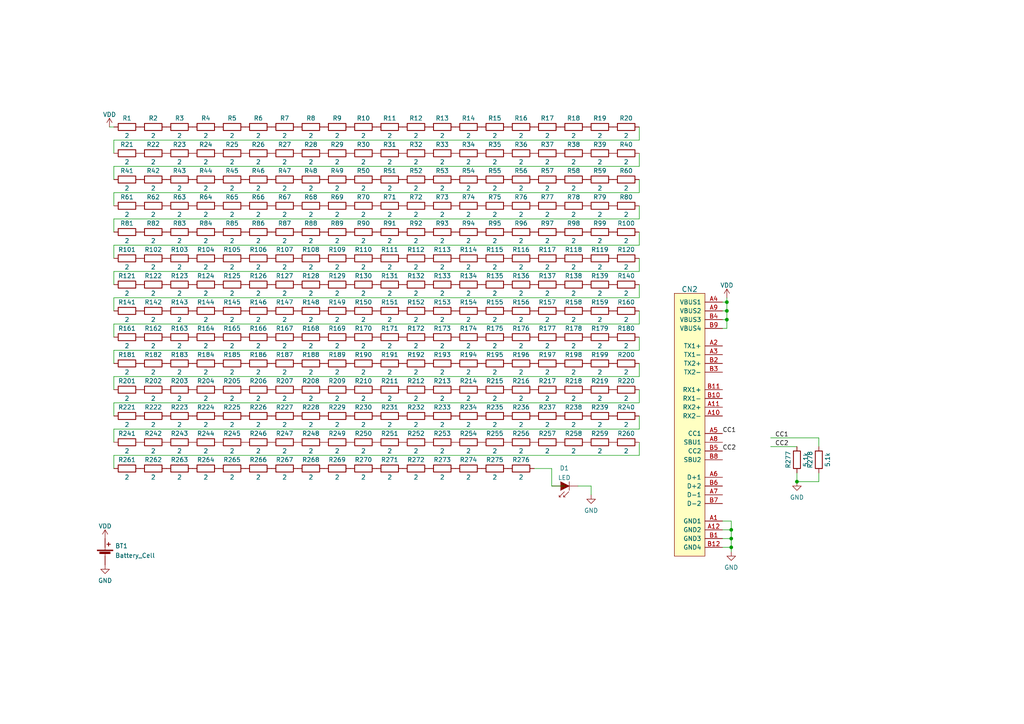
<source format=kicad_sch>
(kicad_sch (version 20211123) (generator eeschema)
  (paper "A4")
  (junction (at 212.09 158.75))
  (junction (at 231.14 139.7))
  (junction (at 210.82 87.63))
  (junction (at 212.09 156.21))
  (junction (at 212.09 153.67))
  (junction (at 210.82 90.17))
  (junction (at 210.82 92.71))
  (wire (pts (xy 185.42 101.6) (xy 33.02 101.6)))
  (wire (pts (xy 160.02 140.97) (xy 163.83 140.97)))
  (wire (pts (xy 33.02 48.26) (xy 33.02 52.07)))
  (wire (pts (xy 33.02 132.08) (xy 33.02 135.89)))
  (wire (pts (xy 171.45 140.97) (xy 171.45 143.51)))
  (wire (pts (xy 185.42 86.36) (xy 33.02 86.36)))
  (wire (pts (xy 185.42 120.65) (xy 185.42 124.46)))
  (wire (pts (xy 185.42 63.5) (xy 33.02 63.5)))
  (wire (pts (xy 185.42 132.08) (xy 33.02 132.08)))
  (wire (pts (xy 33.02 78.74) (xy 33.02 82.55)))
  (wire (pts (xy 210.82 90.17) (xy 210.82 87.63)))
  (wire (pts (xy 33.02 109.22) (xy 33.02 113.03)))
  (wire (pts (xy 209.55 151.13) (xy 212.09 151.13)))
  (wire (pts (xy 185.42 74.93) (xy 185.42 78.74)))
  (wire (pts (xy 209.55 87.63) (xy 210.82 87.63)))
  (wire (pts (xy 185.42 52.07) (xy 185.42 55.88)))
  (wire (pts (xy 231.14 139.7) (xy 237.49 139.7)))
  (wire (pts (xy 212.09 158.75) (xy 212.09 160.02)))
  (wire (pts (xy 209.55 156.21) (xy 212.09 156.21)))
  (wire (pts (xy 185.42 109.22) (xy 33.02 109.22)))
  (wire (pts (xy 237.49 139.7) (xy 237.49 137.16)))
  (wire (pts (xy 210.82 92.71) (xy 210.82 90.17)))
  (wire (pts (xy 185.42 105.41) (xy 185.42 109.22)))
  (wire (pts (xy 185.42 67.31) (xy 185.42 71.12)))
  (wire (pts (xy 160.02 135.89) (xy 160.02 140.97)))
  (wire (pts (xy 212.09 151.13) (xy 212.09 153.67)))
  (wire (pts (xy 185.42 116.84) (xy 33.02 116.84)))
  (wire (pts (xy 33.02 86.36) (xy 33.02 90.17)))
  (wire (pts (xy 167.64 140.97) (xy 171.45 140.97)))
  (wire (pts (xy 210.82 87.63) (xy 210.82 86.36)))
  (wire (pts (xy 33.02 101.6) (xy 33.02 105.41)))
  (wire (pts (xy 185.42 59.69) (xy 185.42 63.5)))
  (wire (pts (xy 209.55 92.71) (xy 210.82 92.71)))
  (wire (pts (xy 185.42 55.88) (xy 33.02 55.88)))
  (wire (pts (xy 185.42 113.03) (xy 185.42 116.84)))
  (wire (pts (xy 185.42 97.79) (xy 185.42 101.6)))
  (wire (pts (xy 212.09 156.21) (xy 212.09 158.75)))
  (wire (pts (xy 154.94 135.89) (xy 160.02 135.89)))
  (wire (pts (xy 185.42 44.45) (xy 185.42 48.26)))
  (wire (pts (xy 185.42 128.27) (xy 185.42 132.08)))
  (wire (pts (xy 185.42 90.17) (xy 185.42 93.98)))
  (wire (pts (xy 212.09 153.67) (xy 212.09 156.21)))
  (wire (pts (xy 209.55 153.67) (xy 212.09 153.67)))
  (wire (pts (xy 209.55 95.25) (xy 210.82 95.25)))
  (wire (pts (xy 33.02 93.98) (xy 33.02 97.79)))
  (wire (pts (xy 185.42 48.26) (xy 33.02 48.26)))
  (wire (pts (xy 223.52 127) (xy 237.49 127)))
  (wire (pts (xy 185.42 71.12) (xy 33.02 71.12)))
  (wire (pts (xy 223.52 129.54) (xy 231.14 129.54)))
  (wire (pts (xy 185.42 124.46) (xy 33.02 124.46)))
  (wire (pts (xy 33.02 116.84) (xy 33.02 120.65)))
  (wire (pts (xy 185.42 82.55) (xy 185.42 86.36)))
  (wire (pts (xy 33.02 124.46) (xy 33.02 128.27)))
  (wire (pts (xy 185.42 78.74) (xy 33.02 78.74)))
  (wire (pts (xy 33.02 63.5) (xy 33.02 67.31)))
  (wire (pts (xy 209.55 90.17) (xy 210.82 90.17)))
  (wire (pts (xy 237.49 127) (xy 237.49 129.54)))
  (wire (pts (xy 185.42 40.64) (xy 33.02 40.64)))
  (wire (pts (xy 185.42 93.98) (xy 33.02 93.98)))
  (wire (pts (xy 209.55 158.75) (xy 212.09 158.75)))
  (wire (pts (xy 33.02 40.64) (xy 33.02 44.45)))
  (wire (pts (xy 210.82 95.25) (xy 210.82 92.71)))
  (wire (pts (xy 31.75 36.83) (xy 33.02 36.83)))
  (wire (pts (xy 185.42 36.83) (xy 185.42 40.64)))
  (wire (pts (xy 33.02 71.12) (xy 33.02 74.93)))
  (wire (pts (xy 33.02 55.88) (xy 33.02 59.69)))
  (wire (pts (xy 231.14 139.7) (xy 231.14 137.16)))
  (label "CC1" (at 209.55 125.73 0))
  (label "CC2" (at 224.79 129.54 0))
  (label "CC2" (at 209.55 130.81 0))
  (label "CC1" (at 224.79 127 0))
  (symbol (lib_id "Device:R") (at 74.93 128.27 90) (unit 1)
    (property "Reference" "R246" (at 74.93 125.73 90))
    (property "Value" "2" (at 74.93 130.81 90))
    (property "Footprint" "Resistor_SMD:R_0603_1608Metric" (effects hide))
  )
  (symbol (lib_id "Device:R") (at 113.03 135.89 90) (unit 1)
    (property "Reference" "R271" (at 113.03 133.35 90))
    (property "Value" "2" (at 113.03 138.43 90))
    (property "Footprint" "Resistor_SMD:R_0603_1608Metric" (effects hide))
  )
  (symbol (lib_id "Device:R") (at 44.45 67.31 90) (unit 1)
    (property "Reference" "R82" (at 44.45 64.77 90))
    (property "Value" "2" (at 44.45 69.85 90))
    (property "Footprint" "Resistor_SMD:R_0603_1608Metric" (effects hide))
  )
  (symbol (lib_id "Device:R") (at 166.37 120.65 90) (unit 1)
    (property "Reference" "R238" (at 166.37 118.11 90))
    (property "Value" "2" (at 166.37 123.19 90))
    (property "Footprint" "Resistor_SMD:R_0603_1608Metric" (effects hide))
  )
  (symbol (lib_id "Device:R") (at 158.75 59.69 90) (unit 1)
    (property "Reference" "R77" (at 158.75 57.15 90))
    (property "Value" "2" (at 158.75 62.23 90))
    (property "Footprint" "Resistor_SMD:R_0603_1608Metric" (effects hide))
  )
  (symbol (lib_id "Device:R") (at 82.55 113.03 90) (unit 1)
    (property "Reference" "R207" (at 82.55 110.49 90))
    (property "Value" "2" (at 82.55 115.57 90))
    (property "Footprint" "Resistor_SMD:R_0603_1608Metric" (effects hide))
  )
  (symbol (lib_id "Device:R") (at 113.03 74.93 90) (unit 1)
    (property "Reference" "R111" (at 113.03 72.39 90))
    (property "Value" "2" (at 113.03 77.47 90))
    (property "Footprint" "Resistor_SMD:R_0603_1608Metric" (effects hide))
  )
  (symbol (lib_id "Device:R") (at 166.37 128.27 90) (unit 1)
    (property "Reference" "R258" (at 166.37 125.73 90))
    (property "Value" "2" (at 166.37 130.81 90))
    (property "Footprint" "Resistor_SMD:R_0603_1608Metric" (effects hide))
  )
  (symbol (lib_id "Device:R") (at 143.51 59.69 90) (unit 1)
    (property "Reference" "R75" (at 143.51 57.15 90))
    (property "Value" "2" (at 143.51 62.23 90))
    (property "Footprint" "Resistor_SMD:R_0603_1608Metric" (effects hide))
  )
  (symbol (lib_id "Device:R") (at 113.03 44.45 90) (unit 1)
    (property "Reference" "R31" (at 113.03 41.91 90))
    (property "Value" "2" (at 113.03 46.99 90))
    (property "Footprint" "Resistor_SMD:R_0603_1608Metric" (effects hide))
  )
  (symbol (lib_id "Device:R") (at 105.41 59.69 90) (unit 1)
    (property "Reference" "R70" (at 105.41 57.15 90))
    (property "Value" "2" (at 105.41 62.23 90))
    (property "Footprint" "Resistor_SMD:R_0603_1608Metric" (effects hide))
  )
  (symbol (lib_id "Device:R") (at 36.83 74.93 90) (unit 1)
    (property "Reference" "R101" (at 36.83 72.39 90))
    (property "Value" "2" (at 36.83 77.47 90))
    (property "Footprint" "Resistor_SMD:R_0603_1608Metric" (effects hide))
  )
  (symbol (lib_id "Device:R") (at 143.51 52.07 90) (unit 1)
    (property "Reference" "R55" (at 143.51 49.53 90))
    (property "Value" "2" (at 143.51 54.61 90))
    (property "Footprint" "Resistor_SMD:R_0603_1608Metric" (effects hide))
  )
  (symbol (lib_id "Device:R") (at 82.55 67.31 90) (unit 1)
    (property "Reference" "R87" (at 82.55 64.77 90))
    (property "Value" "2" (at 82.55 69.85 90))
    (property "Footprint" "Resistor_SMD:R_0603_1608Metric" (effects hide))
  )
  (symbol (lib_id "Device:R") (at 52.07 74.93 90) (unit 1)
    (property "Reference" "R103" (at 52.07 72.39 90))
    (property "Value" "2" (at 52.07 77.47 90))
    (property "Footprint" "Resistor_SMD:R_0603_1608Metric" (effects hide))
  )
  (symbol (lib_id "Device:R") (at 74.93 74.93 90) (unit 1)
    (property "Reference" "R106" (at 74.93 72.39 90))
    (property "Value" "2" (at 74.93 77.47 90))
    (property "Footprint" "Resistor_SMD:R_0603_1608Metric" (effects hide))
  )
  (symbol (lib_id "Device:R") (at 97.79 128.27 90) (unit 1)
    (property "Reference" "R249" (at 97.79 125.73 90))
    (property "Value" "2" (at 97.79 130.81 90))
    (property "Footprint" "Resistor_SMD:R_0603_1608Metric" (effects hide))
  )
  (symbol (lib_id "Device:R") (at 128.27 97.79 90) (unit 1)
    (property "Reference" "R173" (at 128.27 95.25 90))
    (property "Value" "2" (at 128.27 100.33 90))
    (property "Footprint" "Resistor_SMD:R_0603_1608Metric" (effects hide))
  )
  (symbol (lib_id "Device:R") (at 173.99 97.79 90) (unit 1)
    (property "Reference" "R179" (at 173.99 95.25 90))
    (property "Value" "2" (at 173.99 100.33 90))
    (property "Footprint" "Resistor_SMD:R_0603_1608Metric" (effects hide))
  )
  (symbol (lib_id "Device:R") (at 59.69 135.89 90) (unit 1)
    (property "Reference" "R264" (at 59.69 133.35 90))
    (property "Value" "2" (at 59.69 138.43 90))
    (property "Footprint" "Resistor_SMD:R_0603_1608Metric" (effects hide))
  )
  (symbol (lib_id "Device:R") (at 74.93 113.03 90) (unit 1)
    (property "Reference" "R206" (at 74.93 110.49 90))
    (property "Value" "2" (at 74.93 115.57 90))
    (property "Footprint" "Resistor_SMD:R_0603_1608Metric" (effects hide))
  )
  (symbol (lib_id "Device:R") (at 90.17 128.27 90) (unit 1)
    (property "Reference" "R248" (at 90.17 125.73 90))
    (property "Value" "2" (at 90.17 130.81 90))
    (property "Footprint" "Resistor_SMD:R_0603_1608Metric" (effects hide))
  )
  (symbol (lib_id "Device:R") (at 181.61 44.45 90) (unit 1)
    (property "Reference" "R40" (at 181.61 41.91 90))
    (property "Value" "2" (at 181.61 46.99 90))
    (property "Footprint" "Resistor_SMD:R_0603_1608Metric" (effects hide))
  )
  (symbol (lib_id "Device:R") (at 44.45 120.65 90) (unit 1)
    (property "Reference" "R222" (at 44.45 118.11 90))
    (property "Value" "2" (at 44.45 123.19 90))
    (property "Footprint" "Resistor_SMD:R_0603_1608Metric" (effects hide))
  )
  (symbol (lib_id "Device:R") (at 113.03 67.31 90) (unit 1)
    (property "Reference" "R91" (at 113.03 64.77 90))
    (property "Value" "2" (at 113.03 69.85 90))
    (property "Footprint" "Resistor_SMD:R_0603_1608Metric" (effects hide))
  )
  (symbol (lib_id "Device:R") (at 82.55 59.69 90) (unit 1)
    (property "Reference" "R67" (at 82.55 57.15 90))
    (property "Value" "2" (at 82.55 62.23 90))
    (property "Footprint" "Resistor_SMD:R_0603_1608Metric" (effects hide))
  )
  (symbol (lib_id "Device:R") (at 128.27 120.65 90) (unit 1)
    (property "Reference" "R233" (at 128.27 118.11 90))
    (property "Value" "2" (at 128.27 123.19 90))
    (property "Footprint" "Resistor_SMD:R_0603_1608Metric" (effects hide))
  )
  (symbol (lib_id "Device:R") (at 52.07 44.45 90) (unit 1)
    (property "Reference" "R23" (at 52.07 41.91 90))
    (property "Value" "2" (at 52.07 46.99 90))
    (property "Footprint" "Resistor_SMD:R_0603_1608Metric" (effects hide))
  )
  (symbol (lib_id "Device:R") (at 105.41 67.31 90) (unit 1)
    (property "Reference" "R90" (at 105.41 64.77 90))
    (property "Value" "2" (at 105.41 69.85 90))
    (property "Footprint" "Resistor_SMD:R_0603_1608Metric" (effects hide))
  )
  (symbol (lib_id "Device:R") (at 67.31 36.83 90) (unit 1)
    (property "Reference" "R5" (at 67.31 34.29 90))
    (property "Value" "2" (at 67.31 39.37 90))
    (property "Footprint" "Resistor_SMD:R_0603_1608Metric" (effects hide))
  )
  (symbol (lib_id "Device:R") (at 67.31 120.65 90) (unit 1)
    (property "Reference" "R225" (at 67.31 118.11 90))
    (property "Value" "2" (at 67.31 123.19 90))
    (property "Footprint" "Resistor_SMD:R_0603_1608Metric" (effects hide))
  )
  (symbol (lib_id "Device:R") (at 52.07 36.83 90) (unit 1)
    (property "Reference" "R3" (at 52.07 34.29 90))
    (property "Value" "2" (at 52.07 39.37 90))
    (property "Footprint" "Resistor_SMD:R_0603_1608Metric" (effects hide))
  )
  (symbol (lib_id "Device:R") (at 173.99 128.27 90) (unit 1)
    (property "Reference" "R259" (at 173.99 125.73 90))
    (property "Value" "2" (at 173.99 130.81 90))
    (property "Footprint" "Resistor_SMD:R_0603_1608Metric" (effects hide))
  )
  (symbol (lib_id "Device:R") (at 135.89 135.89 90) (unit 1)
    (property "Reference" "R274" (at 135.89 133.35 90))
    (property "Value" "2" (at 135.89 138.43 90))
    (property "Footprint" "Resistor_SMD:R_0603_1608Metric" (effects hide))
  )
  (symbol (lib_id "Device:R") (at 158.75 90.17 90) (unit 1)
    (property "Reference" "R157" (at 158.75 87.63 90))
    (property "Value" "2" (at 158.75 92.71 90))
    (property "Footprint" "Resistor_SMD:R_0603_1608Metric" (effects hide))
  )
  (symbol (lib_id "Device:R") (at 120.65 113.03 90) (unit 1)
    (property "Reference" "R212" (at 120.65 110.49 90))
    (property "Value" "2" (at 120.65 115.57 90))
    (property "Footprint" "Resistor_SMD:R_0603_1608Metric" (effects hide))
  )
  (symbol (lib_id "Device:R") (at 143.51 67.31 90) (unit 1)
    (property "Reference" "R95" (at 143.51 64.77 90))
    (property "Value" "2" (at 143.51 69.85 90))
    (property "Footprint" "Resistor_SMD:R_0603_1608Metric" (effects hide))
  )
  (symbol (lib_id "Device:R") (at 173.99 120.65 90) (unit 1)
    (property "Reference" "R239" (at 173.99 118.11 90))
    (property "Value" "2" (at 173.99 123.19 90))
    (property "Footprint" "Resistor_SMD:R_0603_1608Metric" (effects hide))
  )
  (symbol (lib_id "Device:R") (at 181.61 97.79 90) (unit 1)
    (property "Reference" "R180" (at 181.61 95.25 90))
    (property "Value" "2" (at 181.61 100.33 90))
    (property "Footprint" "Resistor_SMD:R_0603_1608Metric" (effects hide))
  )
  (symbol (lib_id "Device:R") (at 67.31 59.69 90) (unit 1)
    (property "Reference" "R65" (at 67.31 57.15 90))
    (property "Value" "2" (at 67.31 62.23 90))
    (property "Footprint" "Resistor_SMD:R_0603_1608Metric" (effects hide))
  )
  (symbol (lib_id "Device:R") (at 166.37 44.45 90) (unit 1)
    (property "Reference" "R38" (at 166.37 41.91 90))
    (property "Value" "2" (at 166.37 46.99 90))
    (property "Footprint" "Resistor_SMD:R_0603_1608Metric" (effects hide))
  )
  (symbol (lib_id "Device:R") (at 151.13 36.83 90) (unit 1)
    (property "Reference" "R16" (at 151.13 34.29 90))
    (property "Value" "2" (at 151.13 39.37 90))
    (property "Footprint" "Resistor_SMD:R_0603_1608Metric" (effects hide))
  )
  (symbol (lib_id "Device:R") (at 36.83 113.03 90) (unit 1)
    (property "Reference" "R201" (at 36.83 110.49 90))
    (property "Value" "2" (at 36.83 115.57 90))
    (property "Footprint" "Resistor_SMD:R_0603_1608Metric" (effects hide))
  )
  (symbol (lib_id "Device:R") (at 173.99 59.69 90) (unit 1)
    (property "Reference" "R79" (at 173.99 57.15 90))
    (property "Value" "2" (at 173.99 62.23 90))
    (property "Footprint" "Resistor_SMD:R_0603_1608Metric" (effects hide))
  )
  (symbol (lib_id "Device:R") (at 166.37 97.79 90) (unit 1)
    (property "Reference" "R178" (at 166.37 95.25 90))
    (property "Value" "2" (at 166.37 100.33 90))
    (property "Footprint" "Resistor_SMD:R_0603_1608Metric" (effects hide))
  )
  (symbol (lib_id "power:GND") (at 30.48 163.83 0) (unit 1)
    (property "Reference" "#PWR03" (effects hide))
    (property "Value" "GND" (at 30.48 168.3925 0))
  )
  (symbol (lib_id "Device:R") (at 128.27 105.41 90) (unit 1)
    (property "Reference" "R193" (at 128.27 102.87 90))
    (property "Value" "2" (at 128.27 107.95 90))
    (property "Footprint" "Resistor_SMD:R_0603_1608Metric" (effects hide))
  )
  (symbol (lib_id "Device:R") (at 59.69 67.31 90) (unit 1)
    (property "Reference" "R84" (at 59.69 64.77 90))
    (property "Value" "2" (at 59.69 69.85 90))
    (property "Footprint" "Resistor_SMD:R_0603_1608Metric" (effects hide))
  )
  (symbol (lib_id "Device:R") (at 67.31 82.55 90) (unit 1)
    (property "Reference" "R125" (at 67.31 80.01 90))
    (property "Value" "2" (at 67.31 85.09 90))
    (property "Footprint" "Resistor_SMD:R_0603_1608Metric" (effects hide))
  )
  (symbol (lib_id "Device:R") (at 128.27 113.03 90) (unit 1)
    (property "Reference" "R213" (at 128.27 110.49 90))
    (property "Value" "2" (at 128.27 115.57 90))
    (property "Footprint" "Resistor_SMD:R_0603_1608Metric" (effects hide))
  )
  (symbol (lib_id "akita:CON_USB-CPCBPLUG") (at 199.39 123.19 0) (mirror y) (unit 1)
    (property "Reference" "CN2" (at 200.025 83.895 0) (effects (font (size 1.4986 1.4986))))
    (property "Value" "CON_USB-CPCBPLUG" (effects hide))
    (property "Footprint" "akita:USB-C_PCBPLUG" (effects hide))
  )
  (symbol (lib_id "Device:R") (at 74.93 36.83 90) (unit 1)
    (property "Reference" "R6" (at 74.93 34.29 90))
    (property "Value" "2" (at 74.93 39.37 90))
    (property "Footprint" "Resistor_SMD:R_0603_1608Metric" (effects hide))
  )
  (symbol (lib_id "Device:R") (at 90.17 52.07 90) (unit 1)
    (property "Reference" "R48" (at 90.17 49.53 90))
    (property "Value" "2" (at 90.17 54.61 90))
    (property "Footprint" "Resistor_SMD:R_0603_1608Metric" (effects hide))
  )
  (symbol (lib_id "Device:R") (at 59.69 74.93 90) (unit 1)
    (property "Reference" "R104" (at 59.69 72.39 90))
    (property "Value" "2" (at 59.69 77.47 90))
    (property "Footprint" "Resistor_SMD:R_0603_1608Metric" (effects hide))
  )
  (symbol (lib_id "Device:R") (at 158.75 128.27 90) (unit 1)
    (property "Reference" "R257" (at 158.75 125.73 90))
    (property "Value" "2" (at 158.75 130.81 90))
    (property "Footprint" "Resistor_SMD:R_0603_1608Metric" (effects hide))
  )
  (symbol (lib_id "Device:R") (at 158.75 120.65 90) (unit 1)
    (property "Reference" "R237" (at 158.75 118.11 90))
    (property "Value" "2" (at 158.75 123.19 90))
    (property "Footprint" "Resistor_SMD:R_0603_1608Metric" (effects hide))
  )
  (symbol (lib_id "Device:R") (at 82.55 135.89 90) (unit 1)
    (property "Reference" "R267" (at 82.55 133.35 90))
    (property "Value" "2" (at 82.55 138.43 90))
    (property "Footprint" "Resistor_SMD:R_0603_1608Metric" (effects hide))
  )
  (symbol (lib_id "Device:R") (at 158.75 113.03 90) (unit 1)
    (property "Reference" "R217" (at 158.75 110.49 90))
    (property "Value" "2" (at 158.75 115.57 90))
    (property "Footprint" "Resistor_SMD:R_0603_1608Metric" (effects hide))
  )
  (symbol (lib_id "Device:R") (at 120.65 82.55 90) (unit 1)
    (property "Reference" "R132" (at 120.65 80.01 90))
    (property "Value" "2" (at 120.65 85.09 90))
    (property "Footprint" "Resistor_SMD:R_0603_1608Metric" (effects hide))
  )
  (symbol (lib_id "Device:R") (at 44.45 97.79 90) (unit 1)
    (property "Reference" "R162" (at 44.45 95.25 90))
    (property "Value" "2" (at 44.45 100.33 90))
    (property "Footprint" "Resistor_SMD:R_0603_1608Metric" (effects hide))
  )
  (symbol (lib_id "Device:Battery_Cell") (at 30.48 161.29 0) (unit 1)
    (property "Reference" "BT1" (at 33.401 158.3495 0) (effects (justify left)))
    (property "Value" "Battery_Cell" (at 33.401 161.1246 0) (effects (justify left)))
    (property "Footprint" "akita:BAT_CR2032_BC-2001" (effects hide))
  )
  (symbol (lib_id "Device:R") (at 128.27 44.45 90) (unit 1)
    (property "Reference" "R33" (at 128.27 41.91 90))
    (property "Value" "2" (at 128.27 46.99 90))
    (property "Footprint" "Resistor_SMD:R_0603_1608Metric" (effects hide))
  )
  (symbol (lib_id "Device:R") (at 52.07 97.79 90) (unit 1)
    (property "Reference" "R163" (at 52.07 95.25 90))
    (property "Value" "2" (at 52.07 100.33 90))
    (property "Footprint" "Resistor_SMD:R_0603_1608Metric" (effects hide))
  )
  (symbol (lib_id "Device:R") (at 113.03 52.07 90) (unit 1)
    (property "Reference" "R51" (at 113.03 49.53 90))
    (property "Value" "2" (at 113.03 54.61 90))
    (property "Footprint" "Resistor_SMD:R_0603_1608Metric" (effects hide))
  )
  (symbol (lib_id "Device:R") (at 44.45 82.55 90) (unit 1)
    (property "Reference" "R122" (at 44.45 80.01 90))
    (property "Value" "2" (at 44.45 85.09 90))
    (property "Footprint" "Resistor_SMD:R_0603_1608Metric" (effects hide))
  )
  (symbol (lib_id "Device:R") (at 36.83 59.69 90) (unit 1)
    (property "Reference" "R61" (at 36.83 57.15 90))
    (property "Value" "2" (at 36.83 62.23 90))
    (property "Footprint" "Resistor_SMD:R_0603_1608Metric" (effects hide))
  )
  (symbol (lib_id "Device:R") (at 90.17 82.55 90) (unit 1)
    (property "Reference" "R128" (at 90.17 80.01 90))
    (property "Value" "2" (at 90.17 85.09 90))
    (property "Footprint" "Resistor_SMD:R_0603_1608Metric" (effects hide))
  )
  (symbol (lib_id "Device:R") (at 59.69 44.45 90) (unit 1)
    (property "Reference" "R24" (at 59.69 41.91 90))
    (property "Value" "2" (at 59.69 46.99 90))
    (property "Footprint" "Resistor_SMD:R_0603_1608Metric" (effects hide))
  )
  (symbol (lib_id "Device:R") (at 135.89 105.41 90) (unit 1)
    (property "Reference" "R194" (at 135.89 102.87 90))
    (property "Value" "2" (at 135.89 107.95 90))
    (property "Footprint" "Resistor_SMD:R_0603_1608Metric" (effects hide))
  )
  (symbol (lib_id "Device:R") (at 36.83 135.89 90) (unit 1)
    (property "Reference" "R261" (at 36.83 133.35 90))
    (property "Value" "2" (at 36.83 138.43 90))
    (property "Footprint" "Resistor_SMD:R_0603_1608Metric" (effects hide))
  )
  (symbol (lib_id "Device:R") (at 143.51 82.55 90) (unit 1)
    (property "Reference" "R135" (at 143.51 80.01 90))
    (property "Value" "2" (at 143.51 85.09 90))
    (property "Footprint" "Resistor_SMD:R_0603_1608Metric" (effects hide))
  )
  (symbol (lib_id "Device:R") (at 181.61 113.03 90) (unit 1)
    (property "Reference" "R220" (at 181.61 110.49 90))
    (property "Value" "2" (at 181.61 115.57 90))
    (property "Footprint" "Resistor_SMD:R_0603_1608Metric" (effects hide))
  )
  (symbol (lib_id "Device:R") (at 120.65 59.69 90) (unit 1)
    (property "Reference" "R72" (at 120.65 57.15 90))
    (property "Value" "2" (at 120.65 62.23 90))
    (property "Footprint" "Resistor_SMD:R_0603_1608Metric" (effects hide))
  )
  (symbol (lib_id "Device:R") (at 135.89 52.07 90) (unit 1)
    (property "Reference" "R54" (at 135.89 49.53 90))
    (property "Value" "2" (at 135.89 54.61 90))
    (property "Footprint" "Resistor_SMD:R_0603_1608Metric" (effects hide))
  )
  (symbol (lib_id "Device:R") (at 158.75 82.55 90) (unit 1)
    (property "Reference" "R137" (at 158.75 80.01 90))
    (property "Value" "2" (at 158.75 85.09 90))
    (property "Footprint" "Resistor_SMD:R_0603_1608Metric" (effects hide))
  )
  (symbol (lib_id "Device:R") (at 67.31 128.27 90) (unit 1)
    (property "Reference" "R245" (at 67.31 125.73 90))
    (property "Value" "2" (at 67.31 130.81 90))
    (property "Footprint" "Resistor_SMD:R_0603_1608Metric" (effects hide))
  )
  (symbol (lib_id "Device:R") (at 67.31 67.31 90) (unit 1)
    (property "Reference" "R85" (at 67.31 64.77 90))
    (property "Value" "2" (at 67.31 69.85 90))
    (property "Footprint" "Resistor_SMD:R_0603_1608Metric" (effects hide))
  )
  (symbol (lib_id "Device:R") (at 74.93 97.79 90) (unit 1)
    (property "Reference" "R166" (at 74.93 95.25 90))
    (property "Value" "2" (at 74.93 100.33 90))
    (property "Footprint" "Resistor_SMD:R_0603_1608Metric" (effects hide))
  )
  (symbol (lib_id "Device:R") (at 82.55 128.27 90) (unit 1)
    (property "Reference" "R247" (at 82.55 125.73 90))
    (property "Value" "2" (at 82.55 130.81 90))
    (property "Footprint" "Resistor_SMD:R_0603_1608Metric" (effects hide))
  )
  (symbol (lib_id "Device:R") (at 52.07 113.03 90) (unit 1)
    (property "Reference" "R203" (at 52.07 110.49 90))
    (property "Value" "2" (at 52.07 115.57 90))
    (property "Footprint" "Resistor_SMD:R_0603_1608Metric" (effects hide))
  )
  (symbol (lib_id "Device:R") (at 97.79 36.83 90) (unit 1)
    (property "Reference" "R9" (at 97.79 34.29 90))
    (property "Value" "2" (at 97.79 39.37 90))
    (property "Footprint" "Resistor_SMD:R_0603_1608Metric" (effects hide))
  )
  (symbol (lib_id "Device:R") (at 67.31 105.41 90) (unit 1)
    (property "Reference" "R185" (at 67.31 102.87 90))
    (property "Value" "2" (at 67.31 107.95 90))
    (property "Footprint" "Resistor_SMD:R_0603_1608Metric" (effects hide))
  )
  (symbol (lib_id "Device:R") (at 120.65 44.45 90) (unit 1)
    (property "Reference" "R32" (at 120.65 41.91 90))
    (property "Value" "2" (at 120.65 46.99 90))
    (property "Footprint" "Resistor_SMD:R_0603_1608Metric" (effects hide))
  )
  (symbol (lib_id "Device:R") (at 52.07 135.89 90) (unit 1)
    (property "Reference" "R263" (at 52.07 133.35 90))
    (property "Value" "2" (at 52.07 138.43 90))
    (property "Footprint" "Resistor_SMD:R_0603_1608Metric" (effects hide))
  )
  (symbol (lib_id "Device:R") (at 59.69 113.03 90) (unit 1)
    (property "Reference" "R204" (at 59.69 110.49 90))
    (property "Value" "2" (at 59.69 115.57 90))
    (property "Footprint" "Resistor_SMD:R_0603_1608Metric" (effects hide))
  )
  (symbol (lib_id "Device:R") (at 128.27 52.07 90) (unit 1)
    (property "Reference" "R53" (at 128.27 49.53 90))
    (property "Value" "2" (at 128.27 54.61 90))
    (property "Footprint" "Resistor_SMD:R_0603_1608Metric" (effects hide))
  )
  (symbol (lib_id "Device:R") (at 120.65 105.41 90) (unit 1)
    (property "Reference" "R192" (at 120.65 102.87 90))
    (property "Value" "2" (at 120.65 107.95 90))
    (property "Footprint" "Resistor_SMD:R_0603_1608Metric" (effects hide))
  )
  (symbol (lib_id "Device:R") (at 120.65 52.07 90) (unit 1)
    (property "Reference" "R52" (at 120.65 49.53 90))
    (property "Value" "2" (at 120.65 54.61 90))
    (property "Footprint" "Resistor_SMD:R_0603_1608Metric" (effects hide))
  )
  (symbol (lib_id "Device:R") (at 105.41 120.65 90) (unit 1)
    (property "Reference" "R230" (at 105.41 118.11 90))
    (property "Value" "2" (at 105.41 123.19 90))
    (property "Footprint" "Resistor_SMD:R_0603_1608Metric" (effects hide))
  )
  (symbol (lib_id "Device:R") (at 52.07 128.27 90) (unit 1)
    (property "Reference" "R243" (at 52.07 125.73 90))
    (property "Value" "2" (at 52.07 130.81 90))
    (property "Footprint" "Resistor_SMD:R_0603_1608Metric" (effects hide))
  )
  (symbol (lib_id "Device:R") (at 181.61 59.69 90) (unit 1)
    (property "Reference" "R80" (at 181.61 57.15 90))
    (property "Value" "2" (at 181.61 62.23 90))
    (property "Footprint" "Resistor_SMD:R_0603_1608Metric" (effects hide))
  )
  (symbol (lib_id "Device:R") (at 135.89 82.55 90) (unit 1)
    (property "Reference" "R134" (at 135.89 80.01 90))
    (property "Value" "2" (at 135.89 85.09 90))
    (property "Footprint" "Resistor_SMD:R_0603_1608Metric" (effects hide))
  )
  (symbol (lib_id "Device:R") (at 59.69 36.83 90) (unit 1)
    (property "Reference" "R4" (at 59.69 34.29 90))
    (property "Value" "2" (at 59.69 39.37 90))
    (property "Footprint" "Resistor_SMD:R_0603_1608Metric" (effects hide))
  )
  (symbol (lib_id "Device:R") (at 151.13 120.65 90) (unit 1)
    (property "Reference" "R236" (at 151.13 118.11 90))
    (property "Value" "2" (at 151.13 123.19 90))
    (property "Footprint" "Resistor_SMD:R_0603_1608Metric" (effects hide))
  )
  (symbol (lib_id "Device:R") (at 105.41 52.07 90) (unit 1)
    (property "Reference" "R50" (at 105.41 49.53 90))
    (property "Value" "2" (at 105.41 54.61 90))
    (property "Footprint" "Resistor_SMD:R_0603_1608Metric" (effects hide))
  )
  (symbol (lib_id "Device:R") (at 105.41 135.89 90) (unit 1)
    (property "Reference" "R270" (at 105.41 133.35 90))
    (property "Value" "2" (at 105.41 138.43 90))
    (property "Footprint" "Resistor_SMD:R_0603_1608Metric" (effects hide))
  )
  (symbol (lib_id "Device:R") (at 74.93 52.07 90) (unit 1)
    (property "Reference" "R46" (at 74.93 49.53 90))
    (property "Value" "2" (at 74.93 54.61 90))
    (property "Footprint" "Resistor_SMD:R_0603_1608Metric" (effects hide))
  )
  (symbol (lib_id "Device:R") (at 97.79 82.55 90) (unit 1)
    (property "Reference" "R129" (at 97.79 80.01 90))
    (property "Value" "2" (at 97.79 85.09 90))
    (property "Footprint" "Resistor_SMD:R_0603_1608Metric" (effects hide))
  )
  (symbol (lib_id "Device:R") (at 59.69 82.55 90) (unit 1)
    (property "Reference" "R124" (at 59.69 80.01 90))
    (property "Value" "2" (at 59.69 85.09 90))
    (property "Footprint" "Resistor_SMD:R_0603_1608Metric" (effects hide))
  )
  (symbol (lib_id "Device:R") (at 135.89 120.65 90) (unit 1)
    (property "Reference" "R234" (at 135.89 118.11 90))
    (property "Value" "2" (at 135.89 123.19 90))
    (property "Footprint" "Resistor_SMD:R_0603_1608Metric" (effects hide))
  )
  (symbol (lib_id "Device:R") (at 143.51 97.79 90) (unit 1)
    (property "Reference" "R175" (at 143.51 95.25 90))
    (property "Value" "2" (at 143.51 100.33 90))
    (property "Footprint" "Resistor_SMD:R_0603_1608Metric" (effects hide))
  )
  (symbol (lib_id "Device:R") (at 173.99 44.45 90) (unit 1)
    (property "Reference" "R39" (at 173.99 41.91 90))
    (property "Value" "2" (at 173.99 46.99 90))
    (property "Footprint" "Resistor_SMD:R_0603_1608Metric" (effects hide))
  )
  (symbol (lib_id "Device:R") (at 36.83 120.65 90) (unit 1)
    (property "Reference" "R221" (at 36.83 118.11 90))
    (property "Value" "2" (at 36.83 123.19 90))
    (property "Footprint" "Resistor_SMD:R_0603_1608Metric" (effects hide))
  )
  (symbol (lib_id "Device:R") (at 158.75 105.41 90) (unit 1)
    (property "Reference" "R197" (at 158.75 102.87 90))
    (property "Value" "2" (at 158.75 107.95 90))
    (property "Footprint" "Resistor_SMD:R_0603_1608Metric" (effects hide))
  )
  (symbol (lib_id "Device:R") (at 52.07 67.31 90) (unit 1)
    (property "Reference" "R83" (at 52.07 64.77 90))
    (property "Value" "2" (at 52.07 69.85 90))
    (property "Footprint" "Resistor_SMD:R_0603_1608Metric" (effects hide))
  )
  (symbol (lib_id "Device:R") (at 151.13 82.55 90) (unit 1)
    (property "Reference" "R136" (at 151.13 80.01 90))
    (property "Value" "2" (at 151.13 85.09 90))
    (property "Footprint" "Resistor_SMD:R_0603_1608Metric" (effects hide))
  )
  (symbol (lib_id "akita:LED") (at 162.56 140.97 180) (unit 1)
    (property "Reference" "D1" (at 163.6776 135.7843 0))
    (property "Value" "LED" (at 163.6776 138.5594 0))
    (property "Footprint" "LED_SMD:LED_0603_1608Metric" (effects hide))
    (property "Datasheet" "http://www.osram-os.com/Graphics/XPic6/00029609_0.pdf/SFh%20460.pdf" (effects hide))
  )
  (symbol (lib_id "Device:R") (at 113.03 59.69 90) (unit 1)
    (property "Reference" "R71" (at 113.03 57.15 90))
    (property "Value" "2" (at 113.03 62.23 90))
    (property "Footprint" "Resistor_SMD:R_0603_1608Metric" (effects hide))
  )
  (symbol (lib_id "Device:R") (at 105.41 82.55 90) (unit 1)
    (property "Reference" "R130" (at 105.41 80.01 90))
    (property "Value" "2" (at 105.41 85.09 90))
    (property "Footprint" "Resistor_SMD:R_0603_1608Metric" (effects hide))
  )
  (symbol (lib_id "Device:R") (at 151.13 113.03 90) (unit 1)
    (property "Reference" "R216" (at 151.13 110.49 90))
    (property "Value" "2" (at 151.13 115.57 90))
    (property "Footprint" "Resistor_SMD:R_0603_1608Metric" (effects hide))
  )
  (symbol (lib_id "Device:R") (at 120.65 74.93 90) (unit 1)
    (property "Reference" "R112" (at 120.65 72.39 90))
    (property "Value" "2" (at 120.65 77.47 90))
    (property "Footprint" "Resistor_SMD:R_0603_1608Metric" (effects hide))
  )
  (symbol (lib_id "Device:R") (at 158.75 52.07 90) (unit 1)
    (property "Reference" "R57" (at 158.75 49.53 90))
    (property "Value" "2" (at 158.75 54.61 90))
    (property "Footprint" "Resistor_SMD:R_0603_1608Metric" (effects hide))
  )
  (symbol (lib_id "Device:R") (at 82.55 52.07 90) (unit 1)
    (property "Reference" "R47" (at 82.55 49.53 90))
    (property "Value" "2" (at 82.55 54.61 90))
    (property "Footprint" "Resistor_SMD:R_0603_1608Metric" (effects hide))
  )
  (symbol (lib_id "Device:R") (at 97.79 97.79 90) (unit 1)
    (property "Reference" "R169" (at 97.79 95.25 90))
    (property "Value" "2" (at 97.79 100.33 90))
    (property "Footprint" "Resistor_SMD:R_0603_1608Metric" (effects hide))
  )
  (symbol (lib_id "Device:R") (at 82.55 82.55 90) (unit 1)
    (property "Reference" "R127" (at 82.55 80.01 90))
    (property "Value" "2" (at 82.55 85.09 90))
    (property "Footprint" "Resistor_SMD:R_0603_1608Metric" (effects hide))
  )
  (symbol (lib_id "Device:R") (at 44.45 52.07 90) (unit 1)
    (property "Reference" "R42" (at 44.45 49.53 90))
    (property "Value" "2" (at 44.45 54.61 90))
    (property "Footprint" "Resistor_SMD:R_0603_1608Metric" (effects hide))
  )
  (symbol (lib_id "Device:R") (at 44.45 44.45 90) (unit 1)
    (property "Reference" "R22" (at 44.45 41.91 90))
    (property "Value" "2" (at 44.45 46.99 90))
    (property "Footprint" "Resistor_SMD:R_0603_1608Metric" (effects hide))
  )
  (symbol (lib_id "Device:R") (at 135.89 113.03 90) (unit 1)
    (property "Reference" "R214" (at 135.89 110.49 90))
    (property "Value" "2" (at 135.89 115.57 90))
    (property "Footprint" "Resistor_SMD:R_0603_1608Metric" (effects hide))
  )
  (symbol (lib_id "Device:R") (at 181.61 128.27 90) (unit 1)
    (property "Reference" "R260" (at 181.61 125.73 90))
    (property "Value" "2" (at 181.61 130.81 90))
    (property "Footprint" "Resistor_SMD:R_0603_1608Metric" (effects hide))
  )
  (symbol (lib_id "Device:R") (at 181.61 36.83 90) (unit 1)
    (property "Reference" "R20" (at 181.61 34.29 90))
    (property "Value" "2" (at 181.61 39.37 90))
    (property "Footprint" "Resistor_SMD:R_0603_1608Metric" (effects hide))
  )
  (symbol (lib_id "Device:R") (at 166.37 67.31 90) (unit 1)
    (property "Reference" "R98" (at 166.37 64.77 90))
    (property "Value" "2" (at 166.37 69.85 90))
    (property "Footprint" "Resistor_SMD:R_0603_1608Metric" (effects hide))
  )
  (symbol (lib_id "Device:R") (at 67.31 52.07 90) (unit 1)
    (property "Reference" "R45" (at 67.31 49.53 90))
    (property "Value" "2" (at 67.31 54.61 90))
    (property "Footprint" "Resistor_SMD:R_0603_1608Metric" (effects hide))
  )
  (symbol (lib_id "Device:R") (at 59.69 59.69 90) (unit 1)
    (property "Reference" "R64" (at 59.69 57.15 90))
    (property "Value" "2" (at 59.69 62.23 90))
    (property "Footprint" "Resistor_SMD:R_0603_1608Metric" (effects hide))
  )
  (symbol (lib_id "Device:R") (at 135.89 90.17 90) (unit 1)
    (property "Reference" "R154" (at 135.89 87.63 90))
    (property "Value" "2" (at 135.89 92.71 90))
    (property "Footprint" "Resistor_SMD:R_0603_1608Metric" (effects hide))
  )
  (symbol (lib_id "Device:R") (at 151.13 135.89 90) (unit 1)
    (property "Reference" "R276" (at 151.13 133.35 90))
    (property "Value" "2" (at 151.13 138.43 90))
    (property "Footprint" "Resistor_SMD:R_0603_1608Metric" (effects hide))
  )
  (symbol (lib_id "Device:R") (at 36.83 52.07 90) (unit 1)
    (property "Reference" "R41" (at 36.83 49.53 90))
    (property "Value" "2" (at 36.83 54.61 90))
    (property "Footprint" "Resistor_SMD:R_0603_1608Metric" (effects hide))
  )
  (symbol (lib_id "Device:R") (at 181.61 82.55 90) (unit 1)
    (property "Reference" "R140" (at 181.61 80.01 90))
    (property "Value" "2" (at 181.61 85.09 90))
    (property "Footprint" "Resistor_SMD:R_0603_1608Metric" (effects hide))
  )
  (symbol (lib_id "Device:R") (at 113.03 128.27 90) (unit 1)
    (property "Reference" "R251" (at 113.03 125.73 90))
    (property "Value" "2" (at 113.03 130.81 90))
    (property "Footprint" "Resistor_SMD:R_0603_1608Metric" (effects hide))
  )
  (symbol (lib_id "Device:R") (at 74.93 44.45 90) (unit 1)
    (property "Reference" "R26" (at 74.93 41.91 90))
    (property "Value" "2" (at 74.93 46.99 90))
    (property "Footprint" "Resistor_SMD:R_0603_1608Metric" (effects hide))
  )
  (symbol (lib_id "Device:R") (at 74.93 135.89 90) (unit 1)
    (property "Reference" "R266" (at 74.93 133.35 90))
    (property "Value" "2" (at 74.93 138.43 90))
    (property "Footprint" "Resistor_SMD:R_0603_1608Metric" (effects hide))
  )
  (symbol (lib_id "Device:R") (at 135.89 67.31 90) (unit 1)
    (property "Reference" "R94" (at 135.89 64.77 90))
    (property "Value" "2" (at 135.89 69.85 90))
    (property "Footprint" "Resistor_SMD:R_0603_1608Metric" (effects hide))
  )
  (symbol (lib_id "Device:R") (at 59.69 97.79 90) (unit 1)
    (property "Reference" "R164" (at 59.69 95.25 90))
    (property "Value" "2" (at 59.69 100.33 90))
    (property "Footprint" "Resistor_SMD:R_0603_1608Metric" (effects hide))
  )
  (symbol (lib_id "Device:R") (at 173.99 82.55 90) (unit 1)
    (property "Reference" "R139" (at 173.99 80.01 90))
    (property "Value" "2" (at 173.99 85.09 90))
    (property "Footprint" "Resistor_SMD:R_0603_1608Metric" (effects hide))
  )
  (symbol (lib_id "Device:R") (at 113.03 82.55 90) (unit 1)
    (property "Reference" "R131" (at 113.03 80.01 90))
    (property "Value" "2" (at 113.03 85.09 90))
    (property "Footprint" "Resistor_SMD:R_0603_1608Metric" (effects hide))
  )
  (symbol (lib_id "power:VDD") (at 31.75 36.83 0) (unit 1)
    (property "Reference" "#PWR0101" (effects hide))
    (property "Value" "VDD" (at 31.75 33.2255 0))
  )
  (symbol (lib_id "Device:R") (at 166.37 36.83 90) (unit 1)
    (property "Reference" "R18" (at 166.37 34.29 90))
    (property "Value" "2" (at 166.37 39.37 90))
    (property "Footprint" "Resistor_SMD:R_0603_1608Metric" (effects hide))
  )
  (symbol (lib_id "Device:R") (at 135.89 36.83 90) (unit 1)
    (property "Reference" "R14" (at 135.89 34.29 90))
    (property "Value" "2" (at 135.89 39.37 90))
    (property "Footprint" "Resistor_SMD:R_0603_1608Metric" (effects hide))
  )
  (symbol (lib_id "Device:R") (at 74.93 59.69 90) (unit 1)
    (property "Reference" "R66" (at 74.93 57.15 90))
    (property "Value" "2" (at 74.93 62.23 90))
    (property "Footprint" "Resistor_SMD:R_0603_1608Metric" (effects hide))
  )
  (symbol (lib_id "Device:R") (at 166.37 90.17 90) (unit 1)
    (property "Reference" "R158" (at 166.37 87.63 90))
    (property "Value" "2" (at 166.37 92.71 90))
    (property "Footprint" "Resistor_SMD:R_0603_1608Metric" (effects hide))
  )
  (symbol (lib_id "Device:R") (at 151.13 52.07 90) (unit 1)
    (property "Reference" "R56" (at 151.13 49.53 90))
    (property "Value" "2" (at 151.13 54.61 90))
    (property "Footprint" "Resistor_SMD:R_0603_1608Metric" (effects hide))
  )
  (symbol (lib_id "Device:R") (at 128.27 36.83 90) (unit 1)
    (property "Reference" "R13" (at 128.27 34.29 90))
    (property "Value" "2" (at 128.27 39.37 90))
    (property "Footprint" "Resistor_SMD:R_0603_1608Metric" (effects hide))
  )
  (symbol (lib_id "Device:R") (at 120.65 90.17 90) (unit 1)
    (property "Reference" "R152" (at 120.65 87.63 90))
    (property "Value" "2" (at 120.65 92.71 90))
    (property "Footprint" "Resistor_SMD:R_0603_1608Metric" (effects hide))
  )
  (symbol (lib_id "Device:R") (at 97.79 105.41 90) (unit 1)
    (property "Reference" "R189" (at 97.79 102.87 90))
    (property "Value" "2" (at 97.79 107.95 90))
    (property "Footprint" "Resistor_SMD:R_0603_1608Metric" (effects hide))
  )
  (symbol (lib_id "Device:R") (at 173.99 74.93 90) (unit 1)
    (property "Reference" "R119" (at 173.99 72.39 90))
    (property "Value" "2" (at 173.99 77.47 90))
    (property "Footprint" "Resistor_SMD:R_0603_1608Metric" (effects hide))
  )
  (symbol (lib_id "Device:R") (at 166.37 59.69 90) (unit 1)
    (property "Reference" "R78" (at 166.37 57.15 90))
    (property "Value" "2" (at 166.37 62.23 90))
    (property "Footprint" "Resistor_SMD:R_0603_1608Metric" (effects hide))
  )
  (symbol (lib_id "Device:R") (at 59.69 128.27 90) (unit 1)
    (property "Reference" "R244" (at 59.69 125.73 90))
    (property "Value" "2" (at 59.69 130.81 90))
    (property "Footprint" "Resistor_SMD:R_0603_1608Metric" (effects hide))
  )
  (symbol (lib_id "Device:R") (at 143.51 74.93 90) (unit 1)
    (property "Reference" "R115" (at 143.51 72.39 90))
    (property "Value" "2" (at 143.51 77.47 90))
    (property "Footprint" "Resistor_SMD:R_0603_1608Metric" (effects hide))
  )
  (symbol (lib_id "Device:R") (at 120.65 128.27 90) (unit 1)
    (property "Reference" "R252" (at 120.65 125.73 90))
    (property "Value" "2" (at 120.65 130.81 90))
    (property "Footprint" "Resistor_SMD:R_0603_1608Metric" (effects hide))
  )
  (symbol (lib_id "Device:R") (at 173.99 36.83 90) (unit 1)
    (property "Reference" "R19" (at 173.99 34.29 90))
    (property "Value" "2" (at 173.99 39.37 90))
    (property "Footprint" "Resistor_SMD:R_0603_1608Metric" (effects hide))
  )
  (symbol (lib_id "Device:R") (at 135.89 74.93 90) (unit 1)
    (property "Reference" "R114" (at 135.89 72.39 90))
    (property "Value" "2" (at 135.89 77.47 90))
    (property "Footprint" "Resistor_SMD:R_0603_1608Metric" (effects hide))
  )
  (symbol (lib_id "Device:R") (at 36.83 36.83 90) (unit 1)
    (property "Reference" "R1" (at 36.83 34.29 90))
    (property "Value" "2" (at 36.83 39.37 90))
    (property "Footprint" "Resistor_SMD:R_0603_1608Metric" (effects hide))
  )
  (symbol (lib_id "Device:R") (at 151.13 97.79 90) (unit 1)
    (property "Reference" "R176" (at 151.13 95.25 90))
    (property "Value" "2" (at 151.13 100.33 90))
    (property "Footprint" "Resistor_SMD:R_0603_1608Metric" (effects hide))
  )
  (symbol (lib_id "Device:R") (at 158.75 74.93 90) (unit 1)
    (property "Reference" "R117" (at 158.75 72.39 90))
    (property "Value" "2" (at 158.75 77.47 90))
    (property "Footprint" "Resistor_SMD:R_0603_1608Metric" (effects hide))
  )
  (symbol (lib_id "Device:R") (at 237.49 133.35 180) (unit 1)
    (property "Reference" "R278" (at 234.95 133.35 90))
    (property "Value" "5.1k" (at 240.03 133.35 90))
    (property "Footprint" "Resistor_SMD:R_0603_1608Metric" (effects hide))
  )
  (symbol (lib_id "Device:R") (at 181.61 52.07 90) (unit 1)
    (property "Reference" "R60" (at 181.61 49.53 90))
    (property "Value" "2" (at 181.61 54.61 90))
    (property "Footprint" "Resistor_SMD:R_0603_1608Metric" (effects hide))
  )
  (symbol (lib_id "Device:R") (at 120.65 120.65 90) (unit 1)
    (property "Reference" "R232" (at 120.65 118.11 90))
    (property "Value" "2" (at 120.65 123.19 90))
    (property "Footprint" "Resistor_SMD:R_0603_1608Metric" (effects hide))
  )
  (symbol (lib_id "Device:R") (at 36.83 67.31 90) (unit 1)
    (property "Reference" "R81" (at 36.83 64.77 90))
    (property "Value" "2" (at 36.83 69.85 90))
    (property "Footprint" "Resistor_SMD:R_0603_1608Metric" (effects hide))
  )
  (symbol (lib_id "Device:R") (at 52.07 59.69 90) (unit 1)
    (property "Reference" "R63" (at 52.07 57.15 90))
    (property "Value" "2" (at 52.07 62.23 90))
    (property "Footprint" "Resistor_SMD:R_0603_1608Metric" (effects hide))
  )
  (symbol (lib_id "Device:R") (at 135.89 97.79 90) (unit 1)
    (property "Reference" "R174" (at 135.89 95.25 90))
    (property "Value" "2" (at 135.89 100.33 90))
    (property "Footprint" "Resistor_SMD:R_0603_1608Metric" (effects hide))
  )
  (symbol (lib_id "Device:R") (at 52.07 82.55 90) (unit 1)
    (property "Reference" "R123" (at 52.07 80.01 90))
    (property "Value" "2" (at 52.07 85.09 90))
    (property "Footprint" "Resistor_SMD:R_0603_1608Metric" (effects hide))
  )
  (symbol (lib_id "Device:R") (at 166.37 113.03 90) (unit 1)
    (property "Reference" "R218" (at 166.37 110.49 90))
    (property "Value" "2" (at 166.37 115.57 90))
    (property "Footprint" "Resistor_SMD:R_0603_1608Metric" (effects hide))
  )
  (symbol (lib_id "Device:R") (at 181.61 120.65 90) (unit 1)
    (property "Reference" "R240" (at 181.61 118.11 90))
    (property "Value" "2" (at 181.61 123.19 90))
    (property "Footprint" "Resistor_SMD:R_0603_1608Metric" (effects hide))
  )
  (symbol (lib_id "Device:R") (at 113.03 113.03 90) (unit 1)
    (property "Reference" "R211" (at 113.03 110.49 90))
    (property "Value" "2" (at 113.03 115.57 90))
    (property "Footprint" "Resistor_SMD:R_0603_1608Metric" (effects hide))
  )
  (symbol (lib_id "Device:R") (at 52.07 52.07 90) (unit 1)
    (property "Reference" "R43" (at 52.07 49.53 90))
    (property "Value" "2" (at 52.07 54.61 90))
    (property "Footprint" "Resistor_SMD:R_0603_1608Metric" (effects hide))
  )
  (symbol (lib_id "power:GND") (at 171.45 143.51 0) (unit 1)
    (property "Reference" "#PWR0102" (effects hide))
    (property "Value" "GND" (at 171.45 148.0725 0))
  )
  (symbol (lib_id "Device:R") (at 151.13 90.17 90) (unit 1)
    (property "Reference" "R156" (at 151.13 87.63 90))
    (property "Value" "2" (at 151.13 92.71 90))
    (property "Footprint" "Resistor_SMD:R_0603_1608Metric" (effects hide))
  )
  (symbol (lib_id "Device:R") (at 52.07 120.65 90) (unit 1)
    (property "Reference" "R223" (at 52.07 118.11 90))
    (property "Value" "2" (at 52.07 123.19 90))
    (property "Footprint" "Resistor_SMD:R_0603_1608Metric" (effects hide))
  )
  (symbol (lib_id "Device:R") (at 44.45 59.69 90) (unit 1)
    (property "Reference" "R62" (at 44.45 57.15 90))
    (property "Value" "2" (at 44.45 62.23 90))
    (property "Footprint" "Resistor_SMD:R_0603_1608Metric" (effects hide))
  )
  (symbol (lib_id "Device:R") (at 90.17 90.17 90) (unit 1)
    (property "Reference" "R148" (at 90.17 87.63 90))
    (property "Value" "2" (at 90.17 92.71 90))
    (property "Footprint" "Resistor_SMD:R_0603_1608Metric" (effects hide))
  )
  (symbol (lib_id "Device:R") (at 74.93 105.41 90) (unit 1)
    (property "Reference" "R186" (at 74.93 102.87 90))
    (property "Value" "2" (at 74.93 107.95 90))
    (property "Footprint" "Resistor_SMD:R_0603_1608Metric" (effects hide))
  )
  (symbol (lib_id "Device:R") (at 90.17 67.31 90) (unit 1)
    (property "Reference" "R88" (at 90.17 64.77 90))
    (property "Value" "2" (at 90.17 69.85 90))
    (property "Footprint" "Resistor_SMD:R_0603_1608Metric" (effects hide))
  )
  (symbol (lib_id "Device:R") (at 90.17 120.65 90) (unit 1)
    (property "Reference" "R228" (at 90.17 118.11 90))
    (property "Value" "2" (at 90.17 123.19 90))
    (property "Footprint" "Resistor_SMD:R_0603_1608Metric" (effects hide))
  )
  (symbol (lib_id "Device:R") (at 113.03 90.17 90) (unit 1)
    (property "Reference" "R151" (at 113.03 87.63 90))
    (property "Value" "2" (at 113.03 92.71 90))
    (property "Footprint" "Resistor_SMD:R_0603_1608Metric" (effects hide))
  )
  (symbol (lib_id "Device:R") (at 74.93 82.55 90) (unit 1)
    (property "Reference" "R126" (at 74.93 80.01 90))
    (property "Value" "2" (at 74.93 85.09 90))
    (property "Footprint" "Resistor_SMD:R_0603_1608Metric" (effects hide))
  )
  (symbol (lib_id "Device:R") (at 166.37 74.93 90) (unit 1)
    (property "Reference" "R118" (at 166.37 72.39 90))
    (property "Value" "2" (at 166.37 77.47 90))
    (property "Footprint" "Resistor_SMD:R_0603_1608Metric" (effects hide))
  )
  (symbol (lib_id "Device:R") (at 82.55 97.79 90) (unit 1)
    (property "Reference" "R167" (at 82.55 95.25 90))
    (property "Value" "2" (at 82.55 100.33 90))
    (property "Footprint" "Resistor_SMD:R_0603_1608Metric" (effects hide))
  )
  (symbol (lib_id "Device:R") (at 97.79 44.45 90) (unit 1)
    (property "Reference" "R29" (at 97.79 41.91 90))
    (property "Value" "2" (at 97.79 46.99 90))
    (property "Footprint" "Resistor_SMD:R_0603_1608Metric" (effects hide))
  )
  (symbol (lib_id "Device:R") (at 44.45 90.17 90) (unit 1)
    (property "Reference" "R142" (at 44.45 87.63 90))
    (property "Value" "2" (at 44.45 92.71 90))
    (property "Footprint" "Resistor_SMD:R_0603_1608Metric" (effects hide))
  )
  (symbol (lib_id "Device:R") (at 151.13 74.93 90) (unit 1)
    (property "Reference" "R116" (at 151.13 72.39 90))
    (property "Value" "2" (at 151.13 77.47 90))
    (property "Footprint" "Resistor_SMD:R_0603_1608Metric" (effects hide))
  )
  (symbol (lib_id "Device:R") (at 36.83 97.79 90) (unit 1)
    (property "Reference" "R161" (at 36.83 95.25 90))
    (property "Value" "2" (at 36.83 100.33 90))
    (property "Footprint" "Resistor_SMD:R_0603_1608Metric" (effects hide))
  )
  (symbol (lib_id "Device:R") (at 166.37 82.55 90) (unit 1)
    (property "Reference" "R138" (at 166.37 80.01 90))
    (property "Value" "2" (at 166.37 85.09 90))
    (property "Footprint" "Resistor_SMD:R_0603_1608Metric" (effects hide))
  )
  (symbol (lib_id "power:VDD") (at 210.82 86.36 0) (unit 1)
    (property "Reference" "#PWR0104" (effects hide))
    (property "Value" "VDD" (at 210.82 82.7555 0))
  )
  (symbol (lib_id "Device:R") (at 113.03 120.65 90) (unit 1)
    (property "Reference" "R231" (at 113.03 118.11 90))
    (property "Value" "2" (at 113.03 123.19 90))
    (property "Footprint" "Resistor_SMD:R_0603_1608Metric" (effects hide))
  )
  (symbol (lib_id "Device:R") (at 135.89 128.27 90) (unit 1)
    (property "Reference" "R254" (at 135.89 125.73 90))
    (property "Value" "2" (at 135.89 130.81 90))
    (property "Footprint" "Resistor_SMD:R_0603_1608Metric" (effects hide))
  )
  (symbol (lib_id "Device:R") (at 90.17 44.45 90) (unit 1)
    (property "Reference" "R28" (at 90.17 41.91 90))
    (property "Value" "2" (at 90.17 46.99 90))
    (property "Footprint" "Resistor_SMD:R_0603_1608Metric" (effects hide))
  )
  (symbol (lib_id "Device:R") (at 44.45 113.03 90) (unit 1)
    (property "Reference" "R202" (at 44.45 110.49 90))
    (property "Value" "2" (at 44.45 115.57 90))
    (property "Footprint" "Resistor_SMD:R_0603_1608Metric" (effects hide))
  )
  (symbol (lib_id "Device:R") (at 44.45 105.41 90) (unit 1)
    (property "Reference" "R182" (at 44.45 102.87 90))
    (property "Value" "2" (at 44.45 107.95 90))
    (property "Footprint" "Resistor_SMD:R_0603_1608Metric" (effects hide))
  )
  (symbol (lib_id "Device:R") (at 120.65 135.89 90) (unit 1)
    (property "Reference" "R272" (at 120.65 133.35 90))
    (property "Value" "2" (at 120.65 138.43 90))
    (property "Footprint" "Resistor_SMD:R_0603_1608Metric" (effects hide))
  )
  (symbol (lib_id "Device:R") (at 90.17 113.03 90) (unit 1)
    (property "Reference" "R208" (at 90.17 110.49 90))
    (property "Value" "2" (at 90.17 115.57 90))
    (property "Footprint" "Resistor_SMD:R_0603_1608Metric" (effects hide))
  )
  (symbol (lib_id "Device:R") (at 181.61 74.93 90) (unit 1)
    (property "Reference" "R120" (at 181.61 72.39 90))
    (property "Value" "2" (at 181.61 77.47 90))
    (property "Footprint" "Resistor_SMD:R_0603_1608Metric" (effects hide))
  )
  (symbol (lib_id "Device:R") (at 143.51 44.45 90) (unit 1)
    (property "Reference" "R35" (at 143.51 41.91 90))
    (property "Value" "2" (at 143.51 46.99 90))
    (property "Footprint" "Resistor_SMD:R_0603_1608Metric" (effects hide))
  )
  (symbol (lib_id "Device:R") (at 105.41 113.03 90) (unit 1)
    (property "Reference" "R210" (at 105.41 110.49 90))
    (property "Value" "2" (at 105.41 115.57 90))
    (property "Footprint" "Resistor_SMD:R_0603_1608Metric" (effects hide))
  )
  (symbol (lib_id "Device:R") (at 44.45 74.93 90) (unit 1)
    (property "Reference" "R102" (at 44.45 72.39 90))
    (property "Value" "2" (at 44.45 77.47 90))
    (property "Footprint" "Resistor_SMD:R_0603_1608Metric" (effects hide))
  )
  (symbol (lib_id "Device:R") (at 143.51 36.83 90) (unit 1)
    (property "Reference" "R15" (at 143.51 34.29 90))
    (property "Value" "2" (at 143.51 39.37 90))
    (property "Footprint" "Resistor_SMD:R_0603_1608Metric" (effects hide))
  )
  (symbol (lib_id "Device:R") (at 173.99 105.41 90) (unit 1)
    (property "Reference" "R199" (at 173.99 102.87 90))
    (property "Value" "2" (at 173.99 107.95 90))
    (property "Footprint" "Resistor_SMD:R_0603_1608Metric" (effects hide))
  )
  (symbol (lib_id "Device:R") (at 59.69 52.07 90) (unit 1)
    (property "Reference" "R44" (at 59.69 49.53 90))
    (property "Value" "2" (at 59.69 54.61 90))
    (property "Footprint" "Resistor_SMD:R_0603_1608Metric" (effects hide))
  )
  (symbol (lib_id "Device:R") (at 97.79 90.17 90) (unit 1)
    (property "Reference" "R149" (at 97.79 87.63 90))
    (property "Value" "2" (at 97.79 92.71 90))
    (property "Footprint" "Resistor_SMD:R_0603_1608Metric" (effects hide))
  )
  (symbol (lib_id "Device:R") (at 128.27 74.93 90) (unit 1)
    (property "Reference" "R113" (at 128.27 72.39 90))
    (property "Value" "2" (at 128.27 77.47 90))
    (property "Footprint" "Resistor_SMD:R_0603_1608Metric" (effects hide))
  )
  (symbol (lib_id "Device:R") (at 90.17 59.69 90) (unit 1)
    (property "Reference" "R68" (at 90.17 57.15 90))
    (property "Value" "2" (at 90.17 62.23 90))
    (property "Footprint" "Resistor_SMD:R_0603_1608Metric" (effects hide))
  )
  (symbol (lib_id "Device:R") (at 90.17 97.79 90) (unit 1)
    (property "Reference" "R168" (at 90.17 95.25 90))
    (property "Value" "2" (at 90.17 100.33 90))
    (property "Footprint" "Resistor_SMD:R_0603_1608Metric" (effects hide))
  )
  (symbol (lib_id "Device:R") (at 105.41 128.27 90) (unit 1)
    (property "Reference" "R250" (at 105.41 125.73 90))
    (property "Value" "2" (at 105.41 130.81 90))
    (property "Footprint" "Resistor_SMD:R_0603_1608Metric" (effects hide))
  )
  (symbol (lib_id "Device:R") (at 143.51 113.03 90) (unit 1)
    (property "Reference" "R215" (at 143.51 110.49 90))
    (property "Value" "2" (at 143.51 115.57 90))
    (property "Footprint" "Resistor_SMD:R_0603_1608Metric" (effects hide))
  )
  (symbol (lib_id "Device:R") (at 181.61 90.17 90) (unit 1)
    (property "Reference" "R160" (at 181.61 87.63 90))
    (property "Value" "2" (at 181.61 92.71 90))
    (property "Footprint" "Resistor_SMD:R_0603_1608Metric" (effects hide))
  )
  (symbol (lib_id "Device:R") (at 151.13 44.45 90) (unit 1)
    (property "Reference" "R36" (at 151.13 41.91 90))
    (property "Value" "2" (at 151.13 46.99 90))
    (property "Footprint" "Resistor_SMD:R_0603_1608Metric" (effects hide))
  )
  (symbol (lib_id "Device:R") (at 59.69 120.65 90) (unit 1)
    (property "Reference" "R224" (at 59.69 118.11 90))
    (property "Value" "2" (at 59.69 123.19 90))
    (property "Footprint" "Resistor_SMD:R_0603_1608Metric" (effects hide))
  )
  (symbol (lib_id "Device:R") (at 143.51 105.41 90) (unit 1)
    (property "Reference" "R195" (at 143.51 102.87 90))
    (property "Value" "2" (at 143.51 107.95 90))
    (property "Footprint" "Resistor_SMD:R_0603_1608Metric" (effects hide))
  )
  (symbol (lib_id "Device:R") (at 82.55 105.41 90) (unit 1)
    (property "Reference" "R187" (at 82.55 102.87 90))
    (property "Value" "2" (at 82.55 107.95 90))
    (property "Footprint" "Resistor_SMD:R_0603_1608Metric" (effects hide))
  )
  (symbol (lib_id "Device:R") (at 128.27 128.27 90) (unit 1)
    (property "Reference" "R253" (at 128.27 125.73 90))
    (property "Value" "2" (at 128.27 130.81 90))
    (property "Footprint" "Resistor_SMD:R_0603_1608Metric" (effects hide))
  )
  (symbol (lib_id "Device:R") (at 181.61 105.41 90) (unit 1)
    (property "Reference" "R200" (at 181.61 102.87 90))
    (property "Value" "2" (at 181.61 107.95 90))
    (property "Footprint" "Resistor_SMD:R_0603_1608Metric" (effects hide))
  )
  (symbol (lib_id "Device:R") (at 36.83 90.17 90) (unit 1)
    (property "Reference" "R141" (at 36.83 87.63 90))
    (property "Value" "2" (at 36.83 92.71 90))
    (property "Footprint" "Resistor_SMD:R_0603_1608Metric" (effects hide))
  )
  (symbol (lib_id "Device:R") (at 128.27 135.89 90) (unit 1)
    (property "Reference" "R273" (at 128.27 133.35 90))
    (property "Value" "2" (at 128.27 138.43 90))
    (property "Footprint" "Resistor_SMD:R_0603_1608Metric" (effects hide))
  )
  (symbol (lib_id "Device:R") (at 173.99 52.07 90) (unit 1)
    (property "Reference" "R59" (at 173.99 49.53 90))
    (property "Value" "2" (at 173.99 54.61 90))
    (property "Footprint" "Resistor_SMD:R_0603_1608Metric" (effects hide))
  )
  (symbol (lib_id "Device:R") (at 74.93 67.31 90) (unit 1)
    (property "Reference" "R86" (at 74.93 64.77 90))
    (property "Value" "2" (at 74.93 69.85 90))
    (property "Footprint" "Resistor_SMD:R_0603_1608Metric" (effects hide))
  )
  (symbol (lib_id "Device:R") (at 67.31 135.89 90) (unit 1)
    (property "Reference" "R265" (at 67.31 133.35 90))
    (property "Value" "2" (at 67.31 138.43 90))
    (property "Footprint" "Resistor_SMD:R_0603_1608Metric" (effects hide))
  )
  (symbol (lib_id "Device:R") (at 97.79 120.65 90) (unit 1)
    (property "Reference" "R229" (at 97.79 118.11 90))
    (property "Value" "2" (at 97.79 123.19 90))
    (property "Footprint" "Resistor_SMD:R_0603_1608Metric" (effects hide))
  )
  (symbol (lib_id "Device:R") (at 113.03 105.41 90) (unit 1)
    (property "Reference" "R191" (at 113.03 102.87 90))
    (property "Value" "2" (at 113.03 107.95 90))
    (property "Footprint" "Resistor_SMD:R_0603_1608Metric" (effects hide))
  )
  (symbol (lib_id "Device:R") (at 59.69 90.17 90) (unit 1)
    (property "Reference" "R144" (at 59.69 87.63 90))
    (property "Value" "2" (at 59.69 92.71 90))
    (property "Footprint" "Resistor_SMD:R_0603_1608Metric" (effects hide))
  )
  (symbol (lib_id "Device:R") (at 90.17 36.83 90) (unit 1)
    (property "Reference" "R8" (at 90.17 34.29 90))
    (property "Value" "2" (at 90.17 39.37 90))
    (property "Footprint" "Resistor_SMD:R_0603_1608Metric" (effects hide))
  )
  (symbol (lib_id "Device:R") (at 143.51 120.65 90) (unit 1)
    (property "Reference" "R235" (at 143.51 118.11 90))
    (property "Value" "2" (at 143.51 123.19 90))
    (property "Footprint" "Resistor_SMD:R_0603_1608Metric" (effects hide))
  )
  (symbol (lib_id "Device:R") (at 82.55 74.93 90) (unit 1)
    (property "Reference" "R107" (at 82.55 72.39 90))
    (property "Value" "2" (at 82.55 77.47 90))
    (property "Footprint" "Resistor_SMD:R_0603_1608Metric" (effects hide))
  )
  (symbol (lib_id "Device:R") (at 128.27 90.17 90) (unit 1)
    (property "Reference" "R153" (at 128.27 87.63 90))
    (property "Value" "2" (at 128.27 92.71 90))
    (property "Footprint" "Resistor_SMD:R_0603_1608Metric" (effects hide))
  )
  (symbol (lib_id "Device:R") (at 105.41 44.45 90) (unit 1)
    (property "Reference" "R30" (at 105.41 41.91 90))
    (property "Value" "2" (at 105.41 46.99 90))
    (property "Footprint" "Resistor_SMD:R_0603_1608Metric" (effects hide))
  )
  (symbol (lib_id "power:GND") (at 231.14 139.7 0) (unit 1)
    (property "Reference" "#PWR?" (effects hide))
    (property "Value" "GND" (at 231.14 144.2625 0))
  )
  (symbol (lib_id "Device:R") (at 52.07 90.17 90) (unit 1)
    (property "Reference" "R143" (at 52.07 87.63 90))
    (property "Value" "2" (at 52.07 92.71 90))
    (property "Footprint" "Resistor_SMD:R_0603_1608Metric" (effects hide))
  )
  (symbol (lib_id "Device:R") (at 36.83 44.45 90) (unit 1)
    (property "Reference" "R21" (at 36.83 41.91 90))
    (property "Value" "2" (at 36.83 46.99 90))
    (property "Footprint" "Resistor_SMD:R_0603_1608Metric" (effects hide))
  )
  (symbol (lib_id "Device:R") (at 82.55 90.17 90) (unit 1)
    (property "Reference" "R147" (at 82.55 87.63 90))
    (property "Value" "2" (at 82.55 92.71 90))
    (property "Footprint" "Resistor_SMD:R_0603_1608Metric" (effects hide))
  )
  (symbol (lib_id "Device:R") (at 67.31 74.93 90) (unit 1)
    (property "Reference" "R105" (at 67.31 72.39 90))
    (property "Value" "2" (at 67.31 77.47 90))
    (property "Footprint" "Resistor_SMD:R_0603_1608Metric" (effects hide))
  )
  (symbol (lib_id "Device:R") (at 105.41 97.79 90) (unit 1)
    (property "Reference" "R170" (at 105.41 95.25 90))
    (property "Value" "2" (at 105.41 100.33 90))
    (property "Footprint" "Resistor_SMD:R_0603_1608Metric" (effects hide))
  )
  (symbol (lib_id "Device:R") (at 113.03 97.79 90) (unit 1)
    (property "Reference" "R171" (at 113.03 95.25 90))
    (property "Value" "2" (at 113.03 100.33 90))
    (property "Footprint" "Resistor_SMD:R_0603_1608Metric" (effects hide))
  )
  (symbol (lib_id "Device:R") (at 82.55 120.65 90) (unit 1)
    (property "Reference" "R227" (at 82.55 118.11 90))
    (property "Value" "2" (at 82.55 123.19 90))
    (property "Footprint" "Resistor_SMD:R_0603_1608Metric" (effects hide))
  )
  (symbol (lib_id "Device:R") (at 231.14 133.35 180) (unit 1)
    (property "Reference" "R277" (at 228.6 133.35 90))
    (property "Value" "5.1k" (at 233.68 133.35 90))
    (property "Footprint" "Resistor_SMD:R_0603_1608Metric" (effects hide))
  )
  (symbol (lib_id "Device:R") (at 74.93 90.17 90) (unit 1)
    (property "Reference" "R146" (at 74.93 87.63 90))
    (property "Value" "2" (at 74.93 92.71 90))
    (property "Footprint" "Resistor_SMD:R_0603_1608Metric" (effects hide))
  )
  (symbol (lib_id "Device:R") (at 90.17 105.41 90) (unit 1)
    (property "Reference" "R188" (at 90.17 102.87 90))
    (property "Value" "2" (at 90.17 107.95 90))
    (property "Footprint" "Resistor_SMD:R_0603_1608Metric" (effects hide))
  )
  (symbol (lib_id "Device:R") (at 120.65 67.31 90) (unit 1)
    (property "Reference" "R92" (at 120.65 64.77 90))
    (property "Value" "2" (at 120.65 69.85 90))
    (property "Footprint" "Resistor_SMD:R_0603_1608Metric" (effects hide))
  )
  (symbol (lib_id "Device:R") (at 128.27 59.69 90) (unit 1)
    (property "Reference" "R73" (at 128.27 57.15 90))
    (property "Value" "2" (at 128.27 62.23 90))
    (property "Footprint" "Resistor_SMD:R_0603_1608Metric" (effects hide))
  )
  (symbol (lib_id "Device:R") (at 74.93 120.65 90) (unit 1)
    (property "Reference" "R226" (at 74.93 118.11 90))
    (property "Value" "2" (at 74.93 123.19 90))
    (property "Footprint" "Resistor_SMD:R_0603_1608Metric" (effects hide))
  )
  (symbol (lib_id "Device:R") (at 166.37 105.41 90) (unit 1)
    (property "Reference" "R198" (at 166.37 102.87 90))
    (property "Value" "2" (at 166.37 107.95 90))
    (property "Footprint" "Resistor_SMD:R_0603_1608Metric" (effects hide))
  )
  (symbol (lib_id "Device:R") (at 151.13 59.69 90) (unit 1)
    (property "Reference" "R76" (at 151.13 57.15 90))
    (property "Value" "2" (at 151.13 62.23 90))
    (property "Footprint" "Resistor_SMD:R_0603_1608Metric" (effects hide))
  )
  (symbol (lib_id "Device:R") (at 120.65 97.79 90) (unit 1)
    (property "Reference" "R172" (at 120.65 95.25 90))
    (property "Value" "2" (at 120.65 100.33 90))
    (property "Footprint" "Resistor_SMD:R_0603_1608Metric" (effects hide))
  )
  (symbol (lib_id "Device:R") (at 59.69 105.41 90) (unit 1)
    (property "Reference" "R184" (at 59.69 102.87 90))
    (property "Value" "2" (at 59.69 107.95 90))
    (property "Footprint" "Resistor_SMD:R_0603_1608Metric" (effects hide))
  )
  (symbol (lib_id "Device:R") (at 67.31 44.45 90) (unit 1)
    (property "Reference" "R25" (at 67.31 41.91 90))
    (property "Value" "2" (at 67.31 46.99 90))
    (property "Footprint" "Resistor_SMD:R_0603_1608Metric" (effects hide))
  )
  (symbol (lib_id "Device:R") (at 36.83 105.41 90) (unit 1)
    (property "Reference" "R181" (at 36.83 102.87 90))
    (property "Value" "2" (at 36.83 107.95 90))
    (property "Footprint" "Resistor_SMD:R_0603_1608Metric" (effects hide))
  )
  (symbol (lib_id "Device:R") (at 143.51 128.27 90) (unit 1)
    (property "Reference" "R255" (at 143.51 125.73 90))
    (property "Value" "2" (at 143.51 130.81 90))
    (property "Footprint" "Resistor_SMD:R_0603_1608Metric" (effects hide))
  )
  (symbol (lib_id "Device:R") (at 44.45 128.27 90) (unit 1)
    (property "Reference" "R242" (at 44.45 125.73 90))
    (property "Value" "2" (at 44.45 130.81 90))
    (property "Footprint" "Resistor_SMD:R_0603_1608Metric" (effects hide))
  )
  (symbol (lib_id "Device:R") (at 158.75 44.45 90) (unit 1)
    (property "Reference" "R37" (at 158.75 41.91 90))
    (property "Value" "2" (at 158.75 46.99 90))
    (property "Footprint" "Resistor_SMD:R_0603_1608Metric" (effects hide))
  )
  (symbol (lib_id "Device:R") (at 143.51 135.89 90) (unit 1)
    (property "Reference" "R275" (at 143.51 133.35 90))
    (property "Value" "2" (at 143.51 138.43 90))
    (property "Footprint" "Resistor_SMD:R_0603_1608Metric" (effects hide))
  )
  (symbol (lib_id "Device:R") (at 181.61 67.31 90) (unit 1)
    (property "Reference" "R100" (at 181.61 64.77 90))
    (property "Value" "2" (at 181.61 69.85 90))
    (property "Footprint" "Resistor_SMD:R_0603_1608Metric" (effects hide))
  )
  (symbol (lib_id "Device:R") (at 90.17 74.93 90) (unit 1)
    (property "Reference" "R108" (at 90.17 72.39 90))
    (property "Value" "2" (at 90.17 77.47 90))
    (property "Footprint" "Resistor_SMD:R_0603_1608Metric" (effects hide))
  )
  (symbol (lib_id "Device:R") (at 173.99 113.03 90) (unit 1)
    (property "Reference" "R219" (at 173.99 110.49 90))
    (property "Value" "2" (at 173.99 115.57 90))
    (property "Footprint" "Resistor_SMD:R_0603_1608Metric" (effects hide))
  )
  (symbol (lib_id "Device:R") (at 166.37 52.07 90) (unit 1)
    (property "Reference" "R58" (at 166.37 49.53 90))
    (property "Value" "2" (at 166.37 54.61 90))
    (property "Footprint" "Resistor_SMD:R_0603_1608Metric" (effects hide))
  )
  (symbol (lib_id "Device:R") (at 67.31 90.17 90) (unit 1)
    (property "Reference" "R145" (at 67.31 87.63 90))
    (property "Value" "2" (at 67.31 92.71 90))
    (property "Footprint" "Resistor_SMD:R_0603_1608Metric" (effects hide))
  )
  (symbol (lib_id "Device:R") (at 151.13 105.41 90) (unit 1)
    (property "Reference" "R196" (at 151.13 102.87 90))
    (property "Value" "2" (at 151.13 107.95 90))
    (property "Footprint" "Resistor_SMD:R_0603_1608Metric" (effects hide))
  )
  (symbol (lib_id "Device:R") (at 105.41 36.83 90) (unit 1)
    (property "Reference" "R10" (at 105.41 34.29 90))
    (property "Value" "2" (at 105.41 39.37 90))
    (property "Footprint" "Resistor_SMD:R_0603_1608Metric" (effects hide))
  )
  (symbol (lib_id "Device:R") (at 120.65 36.83 90) (unit 1)
    (property "Reference" "R12" (at 120.65 34.29 90))
    (property "Value" "2" (at 120.65 39.37 90))
    (property "Footprint" "Resistor_SMD:R_0603_1608Metric" (effects hide))
  )
  (symbol (lib_id "Device:R") (at 82.55 36.83 90) (unit 1)
    (property "Reference" "R7" (at 82.55 34.29 90))
    (property "Value" "2" (at 82.55 39.37 90))
    (property "Footprint" "Resistor_SMD:R_0603_1608Metric" (effects hide))
  )
  (symbol (lib_id "Device:R") (at 158.75 97.79 90) (unit 1)
    (property "Reference" "R177" (at 158.75 95.25 90))
    (property "Value" "2" (at 158.75 100.33 90))
    (property "Footprint" "Resistor_SMD:R_0603_1608Metric" (effects hide))
  )
  (symbol (lib_id "Device:R") (at 44.45 135.89 90) (unit 1)
    (property "Reference" "R262" (at 44.45 133.35 90))
    (property "Value" "2" (at 44.45 138.43 90))
    (property "Footprint" "Resistor_SMD:R_0603_1608Metric" (effects hide))
  )
  (symbol (lib_id "Device:R") (at 151.13 128.27 90) (unit 1)
    (property "Reference" "R256" (at 151.13 125.73 90))
    (property "Value" "2" (at 151.13 130.81 90))
    (property "Footprint" "Resistor_SMD:R_0603_1608Metric" (effects hide))
  )
  (symbol (lib_id "Device:R") (at 158.75 36.83 90) (unit 1)
    (property "Reference" "R17" (at 158.75 34.29 90))
    (property "Value" "2" (at 158.75 39.37 90))
    (property "Footprint" "Resistor_SMD:R_0603_1608Metric" (effects hide))
  )
  (symbol (lib_id "Device:R") (at 97.79 52.07 90) (unit 1)
    (property "Reference" "R49" (at 97.79 49.53 90))
    (property "Value" "2" (at 97.79 54.61 90))
    (property "Footprint" "Resistor_SMD:R_0603_1608Metric" (effects hide))
  )
  (symbol (lib_id "Device:R") (at 143.51 90.17 90) (unit 1)
    (property "Reference" "R155" (at 143.51 87.63 90))
    (property "Value" "2" (at 143.51 92.71 90))
    (property "Footprint" "Resistor_SMD:R_0603_1608Metric" (effects hide))
  )
  (symbol (lib_id "Device:R") (at 52.07 105.41 90) (unit 1)
    (property "Reference" "R183" (at 52.07 102.87 90))
    (property "Value" "2" (at 52.07 107.95 90))
    (property "Footprint" "Resistor_SMD:R_0603_1608Metric" (effects hide))
  )
  (symbol (lib_id "Device:R") (at 67.31 97.79 90) (unit 1)
    (property "Reference" "R165" (at 67.31 95.25 90))
    (property "Value" "2" (at 67.31 100.33 90))
    (property "Footprint" "Resistor_SMD:R_0603_1608Metric" (effects hide))
  )
  (symbol (lib_id "Device:R") (at 135.89 59.69 90) (unit 1)
    (property "Reference" "R74" (at 135.89 57.15 90))
    (property "Value" "2" (at 135.89 62.23 90))
    (property "Footprint" "Resistor_SMD:R_0603_1608Metric" (effects hide))
  )
  (symbol (lib_id "Device:R") (at 97.79 113.03 90) (unit 1)
    (property "Reference" "R209" (at 97.79 110.49 90))
    (property "Value" "2" (at 97.79 115.57 90))
    (property "Footprint" "Resistor_SMD:R_0603_1608Metric" (effects hide))
  )
  (symbol (lib_id "Device:R") (at 105.41 74.93 90) (unit 1)
    (property "Reference" "R110" (at 105.41 72.39 90))
    (property "Value" "2" (at 105.41 77.47 90))
    (property "Footprint" "Resistor_SMD:R_0603_1608Metric" (effects hide))
  )
  (symbol (lib_id "Device:R") (at 158.75 67.31 90) (unit 1)
    (property "Reference" "R97" (at 158.75 64.77 90))
    (property "Value" "2" (at 158.75 69.85 90))
    (property "Footprint" "Resistor_SMD:R_0603_1608Metric" (effects hide))
  )
  (symbol (lib_id "Device:R") (at 36.83 128.27 90) (unit 1)
    (property "Reference" "R241" (at 36.83 125.73 90))
    (property "Value" "2" (at 36.83 130.81 90))
    (property "Footprint" "Resistor_SMD:R_0603_1608Metric" (effects hide))
  )
  (symbol (lib_id "Device:R") (at 90.17 135.89 90) (unit 1)
    (property "Reference" "R268" (at 90.17 133.35 90))
    (property "Value" "2" (at 90.17 138.43 90))
    (property "Footprint" "Resistor_SMD:R_0603_1608Metric" (effects hide))
  )
  (symbol (lib_id "Device:R") (at 173.99 67.31 90) (unit 1)
    (property "Reference" "R99" (at 173.99 64.77 90))
    (property "Value" "2" (at 173.99 69.85 90))
    (property "Footprint" "Resistor_SMD:R_0603_1608Metric" (effects hide))
  )
  (symbol (lib_id "Device:R") (at 97.79 74.93 90) (unit 1)
    (property "Reference" "R109" (at 97.79 72.39 90))
    (property "Value" "2" (at 97.79 77.47 90))
    (property "Footprint" "Resistor_SMD:R_0603_1608Metric" (effects hide))
  )
  (symbol (lib_id "Device:R") (at 105.41 105.41 90) (unit 1)
    (property "Reference" "R190" (at 105.41 102.87 90))
    (property "Value" "2" (at 105.41 107.95 90))
    (property "Footprint" "Resistor_SMD:R_0603_1608Metric" (effects hide))
  )
  (symbol (lib_id "power:GND") (at 212.09 160.02 0) (unit 1)
    (property "Reference" "#PWR0103" (effects hide))
    (property "Value" "GND" (at 212.09 164.5825 0))
  )
  (symbol (lib_id "Device:R") (at 97.79 67.31 90) (unit 1)
    (property "Reference" "R89" (at 97.79 64.77 90))
    (property "Value" "2" (at 97.79 69.85 90))
    (property "Footprint" "Resistor_SMD:R_0603_1608Metric" (effects hide))
  )
  (symbol (lib_id "Device:R") (at 128.27 67.31 90) (unit 1)
    (property "Reference" "R93" (at 128.27 64.77 90))
    (property "Value" "2" (at 128.27 69.85 90))
    (property "Footprint" "Resistor_SMD:R_0603_1608Metric" (effects hide))
  )
  (symbol (lib_id "Device:R") (at 105.41 90.17 90) (unit 1)
    (property "Reference" "R150" (at 105.41 87.63 90))
    (property "Value" "2" (at 105.41 92.71 90))
    (property "Footprint" "Resistor_SMD:R_0603_1608Metric" (effects hide))
  )
  (symbol (lib_id "Device:R") (at 82.55 44.45 90) (unit 1)
    (property "Reference" "R27" (at 82.55 41.91 90))
    (property "Value" "2" (at 82.55 46.99 90))
    (property "Footprint" "Resistor_SMD:R_0603_1608Metric" (effects hide))
  )
  (symbol (lib_id "Device:R") (at 135.89 44.45 90) (unit 1)
    (property "Reference" "R34" (at 135.89 41.91 90))
    (property "Value" "2" (at 135.89 46.99 90))
    (property "Footprint" "Resistor_SMD:R_0603_1608Metric" (effects hide))
  )
  (symbol (lib_id "Device:R") (at 113.03 36.83 90) (unit 1)
    (property "Reference" "R11" (at 113.03 34.29 90))
    (property "Value" "2" (at 113.03 39.37 90))
    (property "Footprint" "Resistor_SMD:R_0603_1608Metric" (effects hide))
  )
  (symbol (lib_id "Device:R") (at 44.45 36.83 90) (unit 1)
    (property "Reference" "R2" (at 44.45 34.29 90))
    (property "Value" "2" (at 44.45 39.37 90))
    (property "Footprint" "Resistor_SMD:R_0603_1608Metric" (effects hide))
  )
  (symbol (lib_id "Device:R") (at 67.31 113.03 90) (unit 1)
    (property "Reference" "R205" (at 67.31 110.49 90))
    (property "Value" "2" (at 67.31 115.57 90))
    (property "Footprint" "Resistor_SMD:R_0603_1608Metric" (effects hide))
  )
  (symbol (lib_id "power:VDD") (at 30.48 156.21 0) (unit 1)
    (property "Reference" "#PWR02" (effects hide))
    (property "Value" "VDD" (at 30.48 152.6055 0))
  )
  (symbol (lib_id "Device:R") (at 97.79 59.69 90) (unit 1)
    (property "Reference" "R69" (at 97.79 57.15 90))
    (property "Value" "2" (at 97.79 62.23 90))
    (property "Footprint" "Resistor_SMD:R_0603_1608Metric" (effects hide))
  )
  (symbol (lib_id "Device:R") (at 173.99 90.17 90) (unit 1)
    (property "Reference" "R159" (at 173.99 87.63 90))
    (property "Value" "2" (at 173.99 92.71 90))
    (property "Footprint" "Resistor_SMD:R_0603_1608Metric" (effects hide))
  )
  (symbol (lib_id "Device:R") (at 97.79 135.89 90) (unit 1)
    (property "Reference" "R269" (at 97.79 133.35 90))
    (property "Value" "2" (at 97.79 138.43 90))
    (property "Footprint" "Resistor_SMD:R_0603_1608Metric" (effects hide))
  )
  (symbol (lib_id "Device:R") (at 151.13 67.31 90) (unit 1)
    (property "Reference" "R96" (at 151.13 64.77 90))
    (property "Value" "2" (at 151.13 69.85 90))
    (property "Footprint" "Resistor_SMD:R_0603_1608Metric" (effects hide))
  )
  (symbol (lib_id "Device:R") (at 36.83 82.55 90) (unit 1)
    (property "Reference" "R121" (at 36.83 80.01 90))
    (property "Value" "2" (at 36.83 85.09 90))
    (property "Footprint" "Resistor_SMD:R_0603_1608Metric" (effects hide))
  )
  (symbol (lib_id "Device:R") (at 128.27 82.55 90) (unit 1)
    (property "Reference" "R133" (at 128.27 80.01 90))
    (property "Value" "2" (at 128.27 85.09 90))
    (property "Footprint" "Resistor_SMD:R_0603_1608Metric" (effects hide))
  )
)
</source>
